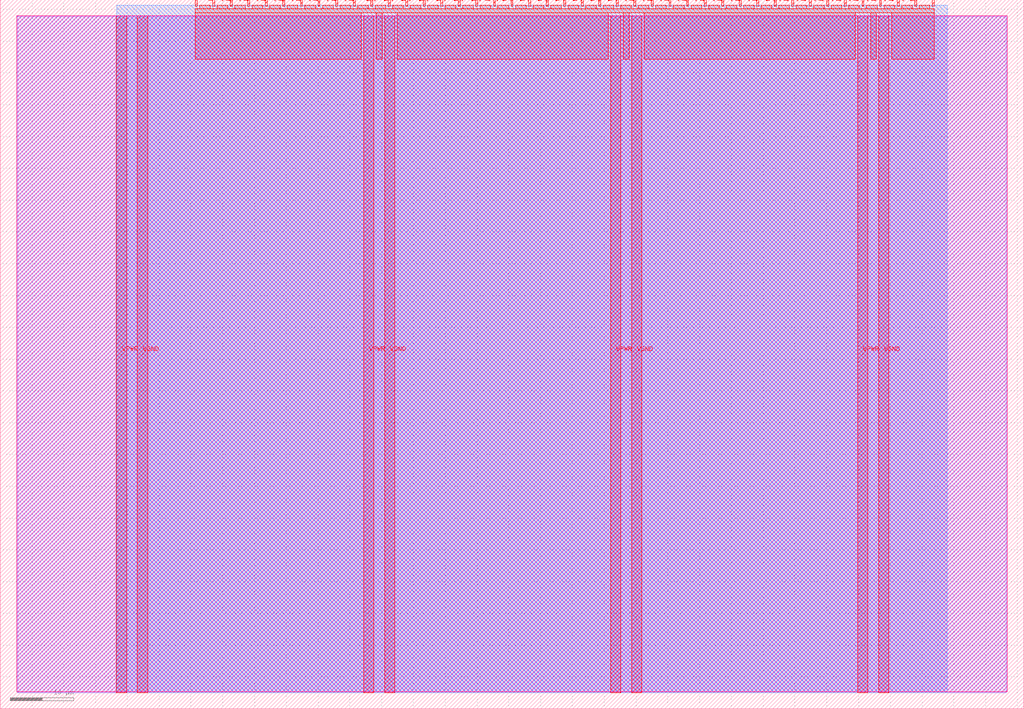
<source format=lef>
VERSION 5.7 ;
  NOWIREEXTENSIONATPIN ON ;
  DIVIDERCHAR "/" ;
  BUSBITCHARS "[]" ;
MACRO tt_um_instrumented_ring_oscillator_two
  CLASS BLOCK ;
  FOREIGN tt_um_instrumented_ring_oscillator_two ;
  ORIGIN 0.000 0.000 ;
  SIZE 161.000 BY 111.520 ;
  PIN VGND
    DIRECTION INOUT ;
    USE GROUND ;
    PORT
      LAYER met4 ;
        RECT 21.580 2.480 23.180 109.040 ;
    END
    PORT
      LAYER met4 ;
        RECT 60.450 2.480 62.050 109.040 ;
    END
    PORT
      LAYER met4 ;
        RECT 99.320 2.480 100.920 109.040 ;
    END
    PORT
      LAYER met4 ;
        RECT 138.190 2.480 139.790 109.040 ;
    END
  END VGND
  PIN VPWR
    DIRECTION INOUT ;
    USE POWER ;
    PORT
      LAYER met4 ;
        RECT 18.280 2.480 19.880 109.040 ;
    END
    PORT
      LAYER met4 ;
        RECT 57.150 2.480 58.750 109.040 ;
    END
    PORT
      LAYER met4 ;
        RECT 96.020 2.480 97.620 109.040 ;
    END
    PORT
      LAYER met4 ;
        RECT 134.890 2.480 136.490 109.040 ;
    END
  END VPWR
  PIN clk
    DIRECTION INPUT ;
    USE SIGNAL ;
    PORT
      LAYER met4 ;
        RECT 143.830 110.520 144.130 111.520 ;
    END
  END clk
  PIN ena
    DIRECTION INPUT ;
    USE SIGNAL ;
    ANTENNAGATEAREA 0.196500 ;
    PORT
      LAYER met4 ;
        RECT 146.590 110.520 146.890 111.520 ;
    END
  END ena
  PIN rst_n
    DIRECTION INPUT ;
    USE SIGNAL ;
    ANTENNAGATEAREA 0.196500 ;
    PORT
      LAYER met4 ;
        RECT 141.070 110.520 141.370 111.520 ;
    END
  END rst_n
  PIN ui_in[0]
    DIRECTION INPUT ;
    USE SIGNAL ;
    ANTENNAGATEAREA 0.196500 ;
    PORT
      LAYER met4 ;
        RECT 138.310 110.520 138.610 111.520 ;
    END
  END ui_in[0]
  PIN ui_in[1]
    DIRECTION INPUT ;
    USE SIGNAL ;
    ANTENNAGATEAREA 0.196500 ;
    PORT
      LAYER met4 ;
        RECT 135.550 110.520 135.850 111.520 ;
    END
  END ui_in[1]
  PIN ui_in[2]
    DIRECTION INPUT ;
    USE SIGNAL ;
    ANTENNAGATEAREA 0.196500 ;
    PORT
      LAYER met4 ;
        RECT 132.790 110.520 133.090 111.520 ;
    END
  END ui_in[2]
  PIN ui_in[3]
    DIRECTION INPUT ;
    USE SIGNAL ;
    ANTENNAGATEAREA 0.196500 ;
    PORT
      LAYER met4 ;
        RECT 130.030 110.520 130.330 111.520 ;
    END
  END ui_in[3]
  PIN ui_in[4]
    DIRECTION INPUT ;
    USE SIGNAL ;
    ANTENNAGATEAREA 0.126000 ;
    PORT
      LAYER met4 ;
        RECT 127.270 110.520 127.570 111.520 ;
    END
  END ui_in[4]
  PIN ui_in[5]
    DIRECTION INPUT ;
    USE SIGNAL ;
    ANTENNAGATEAREA 0.126000 ;
    PORT
      LAYER met4 ;
        RECT 124.510 110.520 124.810 111.520 ;
    END
  END ui_in[5]
  PIN ui_in[6]
    DIRECTION INPUT ;
    USE SIGNAL ;
    ANTENNAGATEAREA 0.213000 ;
    PORT
      LAYER met4 ;
        RECT 121.750 110.520 122.050 111.520 ;
    END
  END ui_in[6]
  PIN ui_in[7]
    DIRECTION INPUT ;
    USE SIGNAL ;
    ANTENNAGATEAREA 0.213000 ;
    PORT
      LAYER met4 ;
        RECT 118.990 110.520 119.290 111.520 ;
    END
  END ui_in[7]
  PIN uio_in[0]
    DIRECTION INPUT ;
    USE SIGNAL ;
    PORT
      LAYER met4 ;
        RECT 116.230 110.520 116.530 111.520 ;
    END
  END uio_in[0]
  PIN uio_in[1]
    DIRECTION INPUT ;
    USE SIGNAL ;
    PORT
      LAYER met4 ;
        RECT 113.470 110.520 113.770 111.520 ;
    END
  END uio_in[1]
  PIN uio_in[2]
    DIRECTION INPUT ;
    USE SIGNAL ;
    PORT
      LAYER met4 ;
        RECT 110.710 110.520 111.010 111.520 ;
    END
  END uio_in[2]
  PIN uio_in[3]
    DIRECTION INPUT ;
    USE SIGNAL ;
    PORT
      LAYER met4 ;
        RECT 107.950 110.520 108.250 111.520 ;
    END
  END uio_in[3]
  PIN uio_in[4]
    DIRECTION INPUT ;
    USE SIGNAL ;
    PORT
      LAYER met4 ;
        RECT 105.190 110.520 105.490 111.520 ;
    END
  END uio_in[4]
  PIN uio_in[5]
    DIRECTION INPUT ;
    USE SIGNAL ;
    PORT
      LAYER met4 ;
        RECT 102.430 110.520 102.730 111.520 ;
    END
  END uio_in[5]
  PIN uio_in[6]
    DIRECTION INPUT ;
    USE SIGNAL ;
    PORT
      LAYER met4 ;
        RECT 99.670 110.520 99.970 111.520 ;
    END
  END uio_in[6]
  PIN uio_in[7]
    DIRECTION INPUT ;
    USE SIGNAL ;
    PORT
      LAYER met4 ;
        RECT 96.910 110.520 97.210 111.520 ;
    END
  END uio_in[7]
  PIN uio_oe[0]
    DIRECTION OUTPUT ;
    USE SIGNAL ;
    PORT
      LAYER met4 ;
        RECT 49.990 110.520 50.290 111.520 ;
    END
  END uio_oe[0]
  PIN uio_oe[1]
    DIRECTION OUTPUT ;
    USE SIGNAL ;
    PORT
      LAYER met4 ;
        RECT 47.230 110.520 47.530 111.520 ;
    END
  END uio_oe[1]
  PIN uio_oe[2]
    DIRECTION OUTPUT ;
    USE SIGNAL ;
    PORT
      LAYER met4 ;
        RECT 44.470 110.520 44.770 111.520 ;
    END
  END uio_oe[2]
  PIN uio_oe[3]
    DIRECTION OUTPUT ;
    USE SIGNAL ;
    PORT
      LAYER met4 ;
        RECT 41.710 110.520 42.010 111.520 ;
    END
  END uio_oe[3]
  PIN uio_oe[4]
    DIRECTION OUTPUT ;
    USE SIGNAL ;
    PORT
      LAYER met4 ;
        RECT 38.950 110.520 39.250 111.520 ;
    END
  END uio_oe[4]
  PIN uio_oe[5]
    DIRECTION OUTPUT ;
    USE SIGNAL ;
    PORT
      LAYER met4 ;
        RECT 36.190 110.520 36.490 111.520 ;
    END
  END uio_oe[5]
  PIN uio_oe[6]
    DIRECTION OUTPUT ;
    USE SIGNAL ;
    PORT
      LAYER met4 ;
        RECT 33.430 110.520 33.730 111.520 ;
    END
  END uio_oe[6]
  PIN uio_oe[7]
    DIRECTION OUTPUT ;
    USE SIGNAL ;
    PORT
      LAYER met4 ;
        RECT 30.670 110.520 30.970 111.520 ;
    END
  END uio_oe[7]
  PIN uio_out[0]
    DIRECTION OUTPUT ;
    USE SIGNAL ;
    ANTENNADIFFAREA 0.445500 ;
    PORT
      LAYER met4 ;
        RECT 72.070 110.520 72.370 111.520 ;
    END
  END uio_out[0]
  PIN uio_out[1]
    DIRECTION OUTPUT ;
    USE SIGNAL ;
    ANTENNADIFFAREA 0.445500 ;
    PORT
      LAYER met4 ;
        RECT 69.310 110.520 69.610 111.520 ;
    END
  END uio_out[1]
  PIN uio_out[2]
    DIRECTION OUTPUT ;
    USE SIGNAL ;
    ANTENNADIFFAREA 0.445500 ;
    PORT
      LAYER met4 ;
        RECT 66.550 110.520 66.850 111.520 ;
    END
  END uio_out[2]
  PIN uio_out[3]
    DIRECTION OUTPUT ;
    USE SIGNAL ;
    ANTENNADIFFAREA 0.445500 ;
    PORT
      LAYER met4 ;
        RECT 63.790 110.520 64.090 111.520 ;
    END
  END uio_out[3]
  PIN uio_out[4]
    DIRECTION OUTPUT ;
    USE SIGNAL ;
    ANTENNADIFFAREA 0.445500 ;
    PORT
      LAYER met4 ;
        RECT 61.030 110.520 61.330 111.520 ;
    END
  END uio_out[4]
  PIN uio_out[5]
    DIRECTION OUTPUT ;
    USE SIGNAL ;
    ANTENNADIFFAREA 0.445500 ;
    PORT
      LAYER met4 ;
        RECT 58.270 110.520 58.570 111.520 ;
    END
  END uio_out[5]
  PIN uio_out[6]
    DIRECTION OUTPUT ;
    USE SIGNAL ;
    ANTENNADIFFAREA 0.445500 ;
    PORT
      LAYER met4 ;
        RECT 55.510 110.520 55.810 111.520 ;
    END
  END uio_out[6]
  PIN uio_out[7]
    DIRECTION OUTPUT ;
    USE SIGNAL ;
    ANTENNADIFFAREA 1.336500 ;
    PORT
      LAYER met4 ;
        RECT 52.750 110.520 53.050 111.520 ;
    END
  END uio_out[7]
  PIN uo_out[0]
    DIRECTION OUTPUT ;
    USE SIGNAL ;
    ANTENNADIFFAREA 0.795200 ;
    PORT
      LAYER met4 ;
        RECT 94.150 110.520 94.450 111.520 ;
    END
  END uo_out[0]
  PIN uo_out[1]
    DIRECTION OUTPUT ;
    USE SIGNAL ;
    ANTENNADIFFAREA 0.795200 ;
    PORT
      LAYER met4 ;
        RECT 91.390 110.520 91.690 111.520 ;
    END
  END uo_out[1]
  PIN uo_out[2]
    DIRECTION OUTPUT ;
    USE SIGNAL ;
    ANTENNADIFFAREA 0.795200 ;
    PORT
      LAYER met4 ;
        RECT 88.630 110.520 88.930 111.520 ;
    END
  END uo_out[2]
  PIN uo_out[3]
    DIRECTION OUTPUT ;
    USE SIGNAL ;
    ANTENNADIFFAREA 0.795200 ;
    PORT
      LAYER met4 ;
        RECT 85.870 110.520 86.170 111.520 ;
    END
  END uo_out[3]
  PIN uo_out[4]
    DIRECTION OUTPUT ;
    USE SIGNAL ;
    ANTENNADIFFAREA 0.795200 ;
    PORT
      LAYER met4 ;
        RECT 83.110 110.520 83.410 111.520 ;
    END
  END uo_out[4]
  PIN uo_out[5]
    DIRECTION OUTPUT ;
    USE SIGNAL ;
    ANTENNADIFFAREA 0.795200 ;
    PORT
      LAYER met4 ;
        RECT 80.350 110.520 80.650 111.520 ;
    END
  END uo_out[5]
  PIN uo_out[6]
    DIRECTION OUTPUT ;
    USE SIGNAL ;
    ANTENNADIFFAREA 0.445500 ;
    PORT
      LAYER met4 ;
        RECT 77.590 110.520 77.890 111.520 ;
    END
  END uo_out[6]
  PIN uo_out[7]
    DIRECTION OUTPUT ;
    USE SIGNAL ;
    ANTENNADIFFAREA 0.445500 ;
    PORT
      LAYER met4 ;
        RECT 74.830 110.520 75.130 111.520 ;
    END
  END uo_out[7]
  OBS
      LAYER nwell ;
        RECT 2.570 2.635 158.430 108.990 ;
      LAYER li1 ;
        RECT 2.760 2.635 158.240 108.885 ;
      LAYER met1 ;
        RECT 2.760 2.480 158.240 109.040 ;
      LAYER met2 ;
        RECT 18.310 2.535 148.950 110.685 ;
      LAYER met3 ;
        RECT 18.290 2.555 148.975 110.665 ;
      LAYER met4 ;
        RECT 31.370 110.120 33.030 110.665 ;
        RECT 34.130 110.120 35.790 110.665 ;
        RECT 36.890 110.120 38.550 110.665 ;
        RECT 39.650 110.120 41.310 110.665 ;
        RECT 42.410 110.120 44.070 110.665 ;
        RECT 45.170 110.120 46.830 110.665 ;
        RECT 47.930 110.120 49.590 110.665 ;
        RECT 50.690 110.120 52.350 110.665 ;
        RECT 53.450 110.120 55.110 110.665 ;
        RECT 56.210 110.120 57.870 110.665 ;
        RECT 58.970 110.120 60.630 110.665 ;
        RECT 61.730 110.120 63.390 110.665 ;
        RECT 64.490 110.120 66.150 110.665 ;
        RECT 67.250 110.120 68.910 110.665 ;
        RECT 70.010 110.120 71.670 110.665 ;
        RECT 72.770 110.120 74.430 110.665 ;
        RECT 75.530 110.120 77.190 110.665 ;
        RECT 78.290 110.120 79.950 110.665 ;
        RECT 81.050 110.120 82.710 110.665 ;
        RECT 83.810 110.120 85.470 110.665 ;
        RECT 86.570 110.120 88.230 110.665 ;
        RECT 89.330 110.120 90.990 110.665 ;
        RECT 92.090 110.120 93.750 110.665 ;
        RECT 94.850 110.120 96.510 110.665 ;
        RECT 97.610 110.120 99.270 110.665 ;
        RECT 100.370 110.120 102.030 110.665 ;
        RECT 103.130 110.120 104.790 110.665 ;
        RECT 105.890 110.120 107.550 110.665 ;
        RECT 108.650 110.120 110.310 110.665 ;
        RECT 111.410 110.120 113.070 110.665 ;
        RECT 114.170 110.120 115.830 110.665 ;
        RECT 116.930 110.120 118.590 110.665 ;
        RECT 119.690 110.120 121.350 110.665 ;
        RECT 122.450 110.120 124.110 110.665 ;
        RECT 125.210 110.120 126.870 110.665 ;
        RECT 127.970 110.120 129.630 110.665 ;
        RECT 130.730 110.120 132.390 110.665 ;
        RECT 133.490 110.120 135.150 110.665 ;
        RECT 136.250 110.120 137.910 110.665 ;
        RECT 139.010 110.120 140.670 110.665 ;
        RECT 141.770 110.120 143.430 110.665 ;
        RECT 144.530 110.120 146.190 110.665 ;
        RECT 30.655 109.440 146.905 110.120 ;
        RECT 30.655 102.175 56.750 109.440 ;
        RECT 59.150 102.175 60.050 109.440 ;
        RECT 62.450 102.175 95.620 109.440 ;
        RECT 98.020 102.175 98.920 109.440 ;
        RECT 101.320 102.175 134.490 109.440 ;
        RECT 136.890 102.175 137.790 109.440 ;
        RECT 140.190 102.175 146.905 109.440 ;
  END
END tt_um_instrumented_ring_oscillator_two
END LIBRARY


</source>
